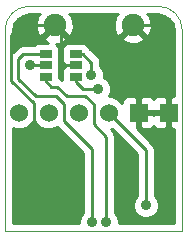
<source format=gbl>
G04 #@! TF.FileFunction,Copper,L2,Bot,Signal*
%FSLAX46Y46*%
G04 Gerber Fmt 4.6, Leading zero omitted, Abs format (unit mm)*
G04 Created by KiCad (PCBNEW (2014-12-01 BZR 5309)-product) date Wed Dec  3 13:36:29 2014*
%MOMM*%
G01*
G04 APERTURE LIST*
%ADD10C,0.100000*%
%ADD11C,1.905000*%
%ADD12R,1.524000X1.524000*%
%ADD13C,1.524000*%
%ADD14R,1.000760X0.701040*%
%ADD15C,0.900000*%
%ADD16C,0.250000*%
%ADD17C,0.254000*%
G04 APERTURE END LIST*
D10*
X110000000Y-32000000D02*
X110000000Y-49000000D01*
X125000000Y-49000000D02*
X125000000Y-46000000D01*
X110000000Y-49000000D02*
X125000000Y-49000000D01*
X125000000Y-46000000D02*
X125000000Y-44000000D01*
X125000000Y-44000000D02*
X125000000Y-32000000D01*
X123000000Y-30000000D02*
X112000000Y-30000000D01*
X125000000Y-32000000D02*
G75*
G03X123000000Y-30000000I-2000000J0D01*
G01*
X112000000Y-30000000D02*
G75*
G03X110000000Y-32000000I0J-2000000D01*
G01*
D11*
X120802000Y-31583000D03*
X114198000Y-31583000D03*
D12*
X123850000Y-39000000D03*
X121310000Y-39000000D03*
D13*
X118770000Y-39000000D03*
X116230000Y-39000000D03*
X113690000Y-39000000D03*
X111150000Y-39000000D03*
D14*
X113430000Y-34047500D03*
X113430000Y-35000000D03*
X113430000Y-35952500D03*
X115970000Y-35952500D03*
X115970000Y-35000000D03*
X115970000Y-34047500D03*
D15*
X112100000Y-35000000D03*
X121925000Y-46850000D03*
X113675000Y-48050000D03*
X117350000Y-48275000D03*
X118525000Y-48275000D03*
X117900000Y-37000000D03*
X117300000Y-35800000D03*
D16*
X112100000Y-35000000D02*
X113430000Y-35000000D01*
X121925000Y-46850000D02*
X121925000Y-42155000D01*
X121925000Y-42155000D02*
X118770000Y-39000000D01*
X115970000Y-35000000D02*
X114900000Y-35000000D01*
X114700000Y-34800000D02*
X114700000Y-32085000D01*
X114900000Y-35000000D02*
X114700000Y-34800000D01*
X114700000Y-32085000D02*
X114198000Y-31583000D01*
X114198000Y-31583000D02*
X111417000Y-31583000D01*
X110540000Y-36290000D02*
X112425000Y-38175000D01*
X110540000Y-32460000D02*
X110540000Y-36290000D01*
X111417000Y-31583000D02*
X110540000Y-32460000D01*
X120802000Y-31583000D02*
X123333000Y-31583000D01*
X123850000Y-32100000D02*
X123850000Y-39000000D01*
X123333000Y-31583000D02*
X123850000Y-32100000D01*
X121310000Y-39000000D02*
X123850000Y-39000000D01*
X113675000Y-48050000D02*
X112425000Y-46800000D01*
X112425000Y-46800000D02*
X112425000Y-38175000D01*
X113430000Y-34047500D02*
X111542500Y-34047500D01*
X111542500Y-34047500D02*
X111130000Y-34460000D01*
X111130000Y-36130000D02*
X111130000Y-34460000D01*
X112620000Y-37620000D02*
X114280000Y-37620000D01*
X114280000Y-37620000D02*
X114950000Y-38290000D01*
X117350000Y-48275000D02*
X117350000Y-42100000D01*
X117350000Y-42100000D02*
X114950000Y-39700000D01*
X114950000Y-39700000D02*
X114950000Y-38290000D01*
X112620000Y-37620000D02*
X111130000Y-36130000D01*
X113430000Y-35952500D02*
X113430000Y-36330000D01*
X113430000Y-36330000D02*
X113900000Y-36800000D01*
X116810000Y-37610000D02*
X117500000Y-38300000D01*
X115210000Y-37610000D02*
X116810000Y-37610000D01*
X114400000Y-36800000D02*
X115210000Y-37610000D01*
X113900000Y-36800000D02*
X114400000Y-36800000D01*
X118525000Y-48275000D02*
X118525000Y-41025000D01*
X118525000Y-41025000D02*
X117500000Y-40000000D01*
X117500000Y-40000000D02*
X117500000Y-38300000D01*
X115970000Y-35952500D02*
X115970000Y-36410000D01*
X115970000Y-36410000D02*
X116560000Y-37000000D01*
X116560000Y-37000000D02*
X117900000Y-37000000D01*
X115970000Y-34047500D02*
X116567500Y-34047500D01*
X116567500Y-34047500D02*
X117300000Y-34780000D01*
X117300000Y-34780000D02*
X117300000Y-35800000D01*
D17*
G36*
X116590000Y-47500590D02*
X116430718Y-47659595D01*
X116265189Y-48058233D01*
X116264964Y-48315000D01*
X110685000Y-48315000D01*
X110685000Y-40319564D01*
X110870900Y-40396757D01*
X111426661Y-40397242D01*
X111940303Y-40185010D01*
X112333629Y-39792370D01*
X112419949Y-39584487D01*
X112504990Y-39790303D01*
X112897630Y-40183629D01*
X113410900Y-40396757D01*
X113966661Y-40397242D01*
X114399814Y-40218267D01*
X114412599Y-40237401D01*
X116590000Y-42414802D01*
X116590000Y-47500590D01*
X116590000Y-47500590D01*
G37*
X116590000Y-47500590D02*
X116430718Y-47659595D01*
X116265189Y-48058233D01*
X116264964Y-48315000D01*
X110685000Y-48315000D01*
X110685000Y-40319564D01*
X110870900Y-40396757D01*
X111426661Y-40397242D01*
X111940303Y-40185010D01*
X112333629Y-39792370D01*
X112419949Y-39584487D01*
X112504990Y-39790303D01*
X112897630Y-40183629D01*
X113410900Y-40396757D01*
X113966661Y-40397242D01*
X114399814Y-40218267D01*
X114412599Y-40237401D01*
X116590000Y-42414802D01*
X116590000Y-47500590D01*
G36*
X124315000Y-48315000D02*
X123723000Y-48315000D01*
X123723000Y-40238250D01*
X123723000Y-39127000D01*
X123723000Y-38873000D01*
X123723000Y-37761750D01*
X123564250Y-37603000D01*
X122961691Y-37603000D01*
X122728302Y-37699673D01*
X122580000Y-37847974D01*
X122431698Y-37699673D01*
X122198309Y-37603000D01*
X121740554Y-37603000D01*
X121740554Y-32701159D01*
X120802000Y-31762605D01*
X119863446Y-32701159D01*
X119956288Y-32963088D01*
X120548801Y-33181675D01*
X121179861Y-33156878D01*
X121647712Y-32963088D01*
X121740554Y-32701159D01*
X121740554Y-37603000D01*
X121595750Y-37603000D01*
X121437000Y-37761750D01*
X121437000Y-38873000D01*
X122548250Y-38873000D01*
X122580000Y-38841250D01*
X122611750Y-38873000D01*
X123723000Y-38873000D01*
X123723000Y-39127000D01*
X122611750Y-39127000D01*
X122580000Y-39158750D01*
X122548250Y-39127000D01*
X121437000Y-39127000D01*
X121437000Y-40238250D01*
X121595750Y-40397000D01*
X122198309Y-40397000D01*
X122431698Y-40300327D01*
X122580000Y-40152025D01*
X122728302Y-40300327D01*
X122961691Y-40397000D01*
X123564250Y-40397000D01*
X123723000Y-40238250D01*
X123723000Y-48315000D01*
X119609965Y-48315000D01*
X119610188Y-48060127D01*
X119445354Y-47661200D01*
X119285000Y-47500565D01*
X119285000Y-41025000D01*
X119227148Y-40734161D01*
X119062401Y-40487599D01*
X118971978Y-40397176D01*
X119046661Y-40397242D01*
X119079055Y-40383857D01*
X121165000Y-42469802D01*
X121165000Y-46075590D01*
X121005718Y-46234595D01*
X120840189Y-46633233D01*
X120839812Y-47064873D01*
X121004646Y-47463800D01*
X121309595Y-47769282D01*
X121708233Y-47934811D01*
X122139873Y-47935188D01*
X122538800Y-47770354D01*
X122844282Y-47465405D01*
X123009811Y-47066767D01*
X123010188Y-46635127D01*
X122845354Y-46236200D01*
X122685000Y-46075565D01*
X122685000Y-42155000D01*
X122627148Y-41864161D01*
X122462401Y-41617599D01*
X121133026Y-40288224D01*
X121183000Y-40238250D01*
X121183000Y-39127000D01*
X121163000Y-39127000D01*
X121163000Y-38873000D01*
X121183000Y-38873000D01*
X121183000Y-37761750D01*
X121024250Y-37603000D01*
X120421691Y-37603000D01*
X120188302Y-37699673D01*
X120009673Y-37878301D01*
X119913000Y-38111690D01*
X119913000Y-38167613D01*
X119562370Y-37816371D01*
X119049100Y-37603243D01*
X118824413Y-37603046D01*
X118984811Y-37216767D01*
X118985188Y-36785127D01*
X118820354Y-36386200D01*
X118515405Y-36080718D01*
X118381367Y-36025060D01*
X118384811Y-36016767D01*
X118385188Y-35585127D01*
X118220354Y-35186200D01*
X118060000Y-35025565D01*
X118060000Y-34780000D01*
X118011746Y-34537413D01*
X118002148Y-34489161D01*
X118002148Y-34489160D01*
X117837401Y-34242599D01*
X117104901Y-33510099D01*
X117070872Y-33487361D01*
X117008707Y-33337282D01*
X116830079Y-33158653D01*
X116596690Y-33061980D01*
X116344071Y-33061980D01*
X115343311Y-33061980D01*
X115109922Y-33158653D01*
X114931293Y-33337281D01*
X114834620Y-33570670D01*
X114834620Y-33823289D01*
X114834620Y-34523171D01*
X114834620Y-34524329D01*
X114834620Y-34714250D01*
X114993370Y-34873000D01*
X115046574Y-34873000D01*
X115109921Y-34936347D01*
X115263593Y-35000000D01*
X115109922Y-35063653D01*
X115046574Y-35127000D01*
X114993370Y-35127000D01*
X114834620Y-35285750D01*
X114834620Y-35475670D01*
X114834620Y-35476829D01*
X114834620Y-35728289D01*
X114834620Y-36193923D01*
X114690839Y-36097852D01*
X114565380Y-36072896D01*
X114565380Y-35476830D01*
X114565380Y-35475671D01*
X114565380Y-35224211D01*
X114565380Y-34524330D01*
X114565380Y-34523171D01*
X114565380Y-34271711D01*
X114565380Y-33570671D01*
X114468707Y-33337282D01*
X114299176Y-33167750D01*
X114575861Y-33156878D01*
X115043712Y-32963088D01*
X115136554Y-32701159D01*
X114198000Y-31762605D01*
X113259446Y-32701159D01*
X113352288Y-32963088D01*
X113620349Y-33061980D01*
X112803311Y-33061980D01*
X112569922Y-33158653D01*
X112441074Y-33287500D01*
X111542500Y-33287500D01*
X111251661Y-33345352D01*
X111005099Y-33510099D01*
X110685000Y-33830198D01*
X110685000Y-32067467D01*
X110797497Y-31501906D01*
X111079643Y-31079643D01*
X111501906Y-30797497D01*
X112067466Y-30685000D01*
X112965428Y-30685000D01*
X112817912Y-30737288D01*
X112599325Y-31329801D01*
X112624122Y-31960861D01*
X112817912Y-32428712D01*
X113079841Y-32521554D01*
X114018395Y-31583000D01*
X114004252Y-31568857D01*
X114183857Y-31389252D01*
X114198000Y-31403395D01*
X114212142Y-31389252D01*
X114391747Y-31568857D01*
X114377605Y-31583000D01*
X115316159Y-32521554D01*
X115578088Y-32428712D01*
X115796675Y-31836199D01*
X115771878Y-31205139D01*
X115578088Y-30737288D01*
X115430571Y-30685000D01*
X119569428Y-30685000D01*
X119421912Y-30737288D01*
X119203325Y-31329801D01*
X119228122Y-31960861D01*
X119421912Y-32428712D01*
X119683841Y-32521554D01*
X120622395Y-31583000D01*
X120608252Y-31568857D01*
X120787857Y-31389252D01*
X120802000Y-31403395D01*
X120816142Y-31389252D01*
X120995747Y-31568857D01*
X120981605Y-31583000D01*
X121920159Y-32521554D01*
X122182088Y-32428712D01*
X122400675Y-31836199D01*
X122375878Y-31205139D01*
X122182088Y-30737288D01*
X122034571Y-30685000D01*
X122932532Y-30685000D01*
X123498093Y-30797497D01*
X123920356Y-31079643D01*
X124202502Y-31501906D01*
X124315000Y-32067466D01*
X124315000Y-37603000D01*
X124135750Y-37603000D01*
X123977000Y-37761750D01*
X123977000Y-38873000D01*
X123997000Y-38873000D01*
X123997000Y-39127000D01*
X123977000Y-39127000D01*
X123977000Y-40238250D01*
X124135750Y-40397000D01*
X124315000Y-40397000D01*
X124315000Y-44000000D01*
X124315000Y-46000000D01*
X124315000Y-48315000D01*
X124315000Y-48315000D01*
G37*
X124315000Y-48315000D02*
X123723000Y-48315000D01*
X123723000Y-40238250D01*
X123723000Y-39127000D01*
X123723000Y-38873000D01*
X123723000Y-37761750D01*
X123564250Y-37603000D01*
X122961691Y-37603000D01*
X122728302Y-37699673D01*
X122580000Y-37847974D01*
X122431698Y-37699673D01*
X122198309Y-37603000D01*
X121740554Y-37603000D01*
X121740554Y-32701159D01*
X120802000Y-31762605D01*
X119863446Y-32701159D01*
X119956288Y-32963088D01*
X120548801Y-33181675D01*
X121179861Y-33156878D01*
X121647712Y-32963088D01*
X121740554Y-32701159D01*
X121740554Y-37603000D01*
X121595750Y-37603000D01*
X121437000Y-37761750D01*
X121437000Y-38873000D01*
X122548250Y-38873000D01*
X122580000Y-38841250D01*
X122611750Y-38873000D01*
X123723000Y-38873000D01*
X123723000Y-39127000D01*
X122611750Y-39127000D01*
X122580000Y-39158750D01*
X122548250Y-39127000D01*
X121437000Y-39127000D01*
X121437000Y-40238250D01*
X121595750Y-40397000D01*
X122198309Y-40397000D01*
X122431698Y-40300327D01*
X122580000Y-40152025D01*
X122728302Y-40300327D01*
X122961691Y-40397000D01*
X123564250Y-40397000D01*
X123723000Y-40238250D01*
X123723000Y-48315000D01*
X119609965Y-48315000D01*
X119610188Y-48060127D01*
X119445354Y-47661200D01*
X119285000Y-47500565D01*
X119285000Y-41025000D01*
X119227148Y-40734161D01*
X119062401Y-40487599D01*
X118971978Y-40397176D01*
X119046661Y-40397242D01*
X119079055Y-40383857D01*
X121165000Y-42469802D01*
X121165000Y-46075590D01*
X121005718Y-46234595D01*
X120840189Y-46633233D01*
X120839812Y-47064873D01*
X121004646Y-47463800D01*
X121309595Y-47769282D01*
X121708233Y-47934811D01*
X122139873Y-47935188D01*
X122538800Y-47770354D01*
X122844282Y-47465405D01*
X123009811Y-47066767D01*
X123010188Y-46635127D01*
X122845354Y-46236200D01*
X122685000Y-46075565D01*
X122685000Y-42155000D01*
X122627148Y-41864161D01*
X122462401Y-41617599D01*
X121133026Y-40288224D01*
X121183000Y-40238250D01*
X121183000Y-39127000D01*
X121163000Y-39127000D01*
X121163000Y-38873000D01*
X121183000Y-38873000D01*
X121183000Y-37761750D01*
X121024250Y-37603000D01*
X120421691Y-37603000D01*
X120188302Y-37699673D01*
X120009673Y-37878301D01*
X119913000Y-38111690D01*
X119913000Y-38167613D01*
X119562370Y-37816371D01*
X119049100Y-37603243D01*
X118824413Y-37603046D01*
X118984811Y-37216767D01*
X118985188Y-36785127D01*
X118820354Y-36386200D01*
X118515405Y-36080718D01*
X118381367Y-36025060D01*
X118384811Y-36016767D01*
X118385188Y-35585127D01*
X118220354Y-35186200D01*
X118060000Y-35025565D01*
X118060000Y-34780000D01*
X118011746Y-34537413D01*
X118002148Y-34489161D01*
X118002148Y-34489160D01*
X117837401Y-34242599D01*
X117104901Y-33510099D01*
X117070872Y-33487361D01*
X117008707Y-33337282D01*
X116830079Y-33158653D01*
X116596690Y-33061980D01*
X116344071Y-33061980D01*
X115343311Y-33061980D01*
X115109922Y-33158653D01*
X114931293Y-33337281D01*
X114834620Y-33570670D01*
X114834620Y-33823289D01*
X114834620Y-34523171D01*
X114834620Y-34524329D01*
X114834620Y-34714250D01*
X114993370Y-34873000D01*
X115046574Y-34873000D01*
X115109921Y-34936347D01*
X115263593Y-35000000D01*
X115109922Y-35063653D01*
X115046574Y-35127000D01*
X114993370Y-35127000D01*
X114834620Y-35285750D01*
X114834620Y-35475670D01*
X114834620Y-35476829D01*
X114834620Y-35728289D01*
X114834620Y-36193923D01*
X114690839Y-36097852D01*
X114565380Y-36072896D01*
X114565380Y-35476830D01*
X114565380Y-35475671D01*
X114565380Y-35224211D01*
X114565380Y-34524330D01*
X114565380Y-34523171D01*
X114565380Y-34271711D01*
X114565380Y-33570671D01*
X114468707Y-33337282D01*
X114299176Y-33167750D01*
X114575861Y-33156878D01*
X115043712Y-32963088D01*
X115136554Y-32701159D01*
X114198000Y-31762605D01*
X113259446Y-32701159D01*
X113352288Y-32963088D01*
X113620349Y-33061980D01*
X112803311Y-33061980D01*
X112569922Y-33158653D01*
X112441074Y-33287500D01*
X111542500Y-33287500D01*
X111251661Y-33345352D01*
X111005099Y-33510099D01*
X110685000Y-33830198D01*
X110685000Y-32067467D01*
X110797497Y-31501906D01*
X111079643Y-31079643D01*
X111501906Y-30797497D01*
X112067466Y-30685000D01*
X112965428Y-30685000D01*
X112817912Y-30737288D01*
X112599325Y-31329801D01*
X112624122Y-31960861D01*
X112817912Y-32428712D01*
X113079841Y-32521554D01*
X114018395Y-31583000D01*
X114004252Y-31568857D01*
X114183857Y-31389252D01*
X114198000Y-31403395D01*
X114212142Y-31389252D01*
X114391747Y-31568857D01*
X114377605Y-31583000D01*
X115316159Y-32521554D01*
X115578088Y-32428712D01*
X115796675Y-31836199D01*
X115771878Y-31205139D01*
X115578088Y-30737288D01*
X115430571Y-30685000D01*
X119569428Y-30685000D01*
X119421912Y-30737288D01*
X119203325Y-31329801D01*
X119228122Y-31960861D01*
X119421912Y-32428712D01*
X119683841Y-32521554D01*
X120622395Y-31583000D01*
X120608252Y-31568857D01*
X120787857Y-31389252D01*
X120802000Y-31403395D01*
X120816142Y-31389252D01*
X120995747Y-31568857D01*
X120981605Y-31583000D01*
X121920159Y-32521554D01*
X122182088Y-32428712D01*
X122400675Y-31836199D01*
X122375878Y-31205139D01*
X122182088Y-30737288D01*
X122034571Y-30685000D01*
X122932532Y-30685000D01*
X123498093Y-30797497D01*
X123920356Y-31079643D01*
X124202502Y-31501906D01*
X124315000Y-32067466D01*
X124315000Y-37603000D01*
X124135750Y-37603000D01*
X123977000Y-37761750D01*
X123977000Y-38873000D01*
X123997000Y-38873000D01*
X123997000Y-39127000D01*
X123977000Y-39127000D01*
X123977000Y-40238250D01*
X124135750Y-40397000D01*
X124315000Y-40397000D01*
X124315000Y-44000000D01*
X124315000Y-46000000D01*
X124315000Y-48315000D01*
M02*

</source>
